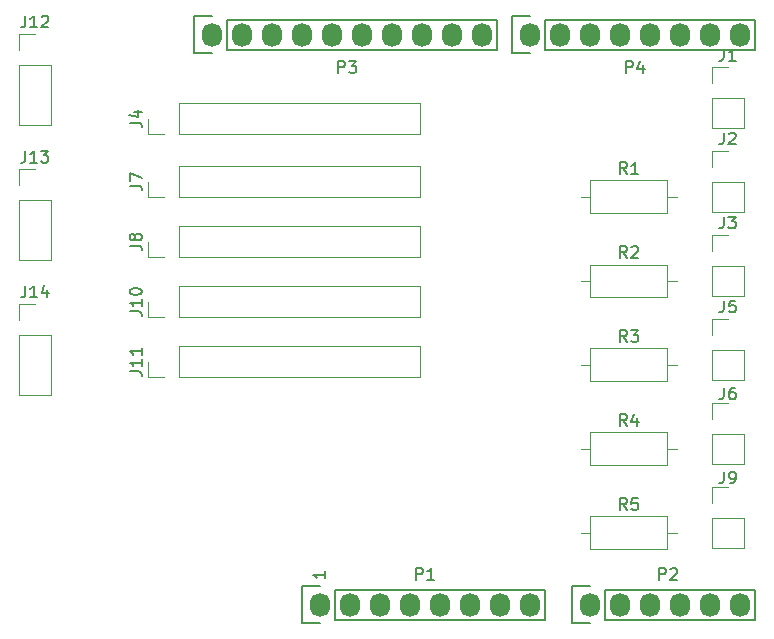
<source format=gbr>
%TF.GenerationSoftware,KiCad,Pcbnew,6.0.1*%
%TF.CreationDate,2022-02-02T08:09:41-07:00*%
%TF.ProjectId,aerogel_shield,6165726f-6765-46c5-9f73-6869656c642e,rev?*%
%TF.SameCoordinates,Original*%
%TF.FileFunction,Legend,Top*%
%TF.FilePolarity,Positive*%
%FSLAX46Y46*%
G04 Gerber Fmt 4.6, Leading zero omitted, Abs format (unit mm)*
G04 Created by KiCad (PCBNEW 6.0.1) date 2022-02-02 08:09:41*
%MOMM*%
%LPD*%
G01*
G04 APERTURE LIST*
%ADD10C,0.150000*%
%ADD11C,0.120000*%
%ADD12O,1.727200X2.032000*%
G04 APERTURE END LIST*
D10*
X139390380Y-120999285D02*
X139390380Y-121570714D01*
X139390380Y-121285000D02*
X138390380Y-121285000D01*
X138533238Y-121380238D01*
X138628476Y-121475476D01*
X138676095Y-121570714D01*
%TO.C,P1*%
X147089904Y-121737380D02*
X147089904Y-120737380D01*
X147470857Y-120737380D01*
X147566095Y-120785000D01*
X147613714Y-120832619D01*
X147661333Y-120927857D01*
X147661333Y-121070714D01*
X147613714Y-121165952D01*
X147566095Y-121213571D01*
X147470857Y-121261190D01*
X147089904Y-121261190D01*
X148613714Y-121737380D02*
X148042285Y-121737380D01*
X148328000Y-121737380D02*
X148328000Y-120737380D01*
X148232761Y-120880238D01*
X148137523Y-120975476D01*
X148042285Y-121023095D01*
%TO.C,P2*%
X167663904Y-121737380D02*
X167663904Y-120737380D01*
X168044857Y-120737380D01*
X168140095Y-120785000D01*
X168187714Y-120832619D01*
X168235333Y-120927857D01*
X168235333Y-121070714D01*
X168187714Y-121165952D01*
X168140095Y-121213571D01*
X168044857Y-121261190D01*
X167663904Y-121261190D01*
X168616285Y-120832619D02*
X168663904Y-120785000D01*
X168759142Y-120737380D01*
X168997238Y-120737380D01*
X169092476Y-120785000D01*
X169140095Y-120832619D01*
X169187714Y-120927857D01*
X169187714Y-121023095D01*
X169140095Y-121165952D01*
X168568666Y-121737380D01*
X169187714Y-121737380D01*
%TO.C,P3*%
X140485904Y-78811380D02*
X140485904Y-77811380D01*
X140866857Y-77811380D01*
X140962095Y-77859000D01*
X141009714Y-77906619D01*
X141057333Y-78001857D01*
X141057333Y-78144714D01*
X141009714Y-78239952D01*
X140962095Y-78287571D01*
X140866857Y-78335190D01*
X140485904Y-78335190D01*
X141390666Y-77811380D02*
X142009714Y-77811380D01*
X141676380Y-78192333D01*
X141819238Y-78192333D01*
X141914476Y-78239952D01*
X141962095Y-78287571D01*
X142009714Y-78382809D01*
X142009714Y-78620904D01*
X141962095Y-78716142D01*
X141914476Y-78763761D01*
X141819238Y-78811380D01*
X141533523Y-78811380D01*
X141438285Y-78763761D01*
X141390666Y-78716142D01*
%TO.C,P4*%
X164869904Y-78811380D02*
X164869904Y-77811380D01*
X165250857Y-77811380D01*
X165346095Y-77859000D01*
X165393714Y-77906619D01*
X165441333Y-78001857D01*
X165441333Y-78144714D01*
X165393714Y-78239952D01*
X165346095Y-78287571D01*
X165250857Y-78335190D01*
X164869904Y-78335190D01*
X166298476Y-78144714D02*
X166298476Y-78811380D01*
X166060380Y-77763761D02*
X165822285Y-78478047D01*
X166441333Y-78478047D01*
%TO.C,J8*%
X122852380Y-93424333D02*
X123566666Y-93424333D01*
X123709523Y-93471952D01*
X123804761Y-93567190D01*
X123852380Y-93710047D01*
X123852380Y-93805285D01*
X123280952Y-92805285D02*
X123233333Y-92900523D01*
X123185714Y-92948142D01*
X123090476Y-92995761D01*
X123042857Y-92995761D01*
X122947619Y-92948142D01*
X122900000Y-92900523D01*
X122852380Y-92805285D01*
X122852380Y-92614809D01*
X122900000Y-92519571D01*
X122947619Y-92471952D01*
X123042857Y-92424333D01*
X123090476Y-92424333D01*
X123185714Y-92471952D01*
X123233333Y-92519571D01*
X123280952Y-92614809D01*
X123280952Y-92805285D01*
X123328571Y-92900523D01*
X123376190Y-92948142D01*
X123471428Y-92995761D01*
X123661904Y-92995761D01*
X123757142Y-92948142D01*
X123804761Y-92900523D01*
X123852380Y-92805285D01*
X123852380Y-92614809D01*
X123804761Y-92519571D01*
X123757142Y-92471952D01*
X123661904Y-92424333D01*
X123471428Y-92424333D01*
X123376190Y-92471952D01*
X123328571Y-92519571D01*
X123280952Y-92614809D01*
%TO.C,J12*%
X113998476Y-73957380D02*
X113998476Y-74671666D01*
X113950857Y-74814523D01*
X113855619Y-74909761D01*
X113712761Y-74957380D01*
X113617523Y-74957380D01*
X114998476Y-74957380D02*
X114427047Y-74957380D01*
X114712761Y-74957380D02*
X114712761Y-73957380D01*
X114617523Y-74100238D01*
X114522285Y-74195476D01*
X114427047Y-74243095D01*
X115379428Y-74052619D02*
X115427047Y-74005000D01*
X115522285Y-73957380D01*
X115760380Y-73957380D01*
X115855619Y-74005000D01*
X115903238Y-74052619D01*
X115950857Y-74147857D01*
X115950857Y-74243095D01*
X115903238Y-74385952D01*
X115331809Y-74957380D01*
X115950857Y-74957380D01*
%TO.C,J2*%
X173148666Y-83868380D02*
X173148666Y-84582666D01*
X173101047Y-84725523D01*
X173005809Y-84820761D01*
X172862952Y-84868380D01*
X172767714Y-84868380D01*
X173577238Y-83963619D02*
X173624857Y-83916000D01*
X173720095Y-83868380D01*
X173958190Y-83868380D01*
X174053428Y-83916000D01*
X174101047Y-83963619D01*
X174148666Y-84058857D01*
X174148666Y-84154095D01*
X174101047Y-84296952D01*
X173529619Y-84868380D01*
X174148666Y-84868380D01*
%TO.C,J7*%
X122852380Y-88344333D02*
X123566666Y-88344333D01*
X123709523Y-88391952D01*
X123804761Y-88487190D01*
X123852380Y-88630047D01*
X123852380Y-88725285D01*
X122852380Y-87963380D02*
X122852380Y-87296714D01*
X123852380Y-87725285D01*
%TO.C,J3*%
X173148666Y-90980380D02*
X173148666Y-91694666D01*
X173101047Y-91837523D01*
X173005809Y-91932761D01*
X172862952Y-91980380D01*
X172767714Y-91980380D01*
X173529619Y-90980380D02*
X174148666Y-90980380D01*
X173815333Y-91361333D01*
X173958190Y-91361333D01*
X174053428Y-91408952D01*
X174101047Y-91456571D01*
X174148666Y-91551809D01*
X174148666Y-91789904D01*
X174101047Y-91885142D01*
X174053428Y-91932761D01*
X173958190Y-91980380D01*
X173672476Y-91980380D01*
X173577238Y-91932761D01*
X173529619Y-91885142D01*
%TO.C,J10*%
X122852380Y-98980523D02*
X123566666Y-98980523D01*
X123709523Y-99028142D01*
X123804761Y-99123380D01*
X123852380Y-99266238D01*
X123852380Y-99361476D01*
X123852380Y-97980523D02*
X123852380Y-98551952D01*
X123852380Y-98266238D02*
X122852380Y-98266238D01*
X122995238Y-98361476D01*
X123090476Y-98456714D01*
X123138095Y-98551952D01*
X122852380Y-97361476D02*
X122852380Y-97266238D01*
X122900000Y-97171000D01*
X122947619Y-97123380D01*
X123042857Y-97075761D01*
X123233333Y-97028142D01*
X123471428Y-97028142D01*
X123661904Y-97075761D01*
X123757142Y-97123380D01*
X123804761Y-97171000D01*
X123852380Y-97266238D01*
X123852380Y-97361476D01*
X123804761Y-97456714D01*
X123757142Y-97504333D01*
X123661904Y-97551952D01*
X123471428Y-97599571D01*
X123233333Y-97599571D01*
X123042857Y-97551952D01*
X122947619Y-97504333D01*
X122900000Y-97456714D01*
X122852380Y-97361476D01*
%TO.C,J6*%
X173148666Y-105448380D02*
X173148666Y-106162666D01*
X173101047Y-106305523D01*
X173005809Y-106400761D01*
X172862952Y-106448380D01*
X172767714Y-106448380D01*
X174053428Y-105448380D02*
X173862952Y-105448380D01*
X173767714Y-105496000D01*
X173720095Y-105543619D01*
X173624857Y-105686476D01*
X173577238Y-105876952D01*
X173577238Y-106257904D01*
X173624857Y-106353142D01*
X173672476Y-106400761D01*
X173767714Y-106448380D01*
X173958190Y-106448380D01*
X174053428Y-106400761D01*
X174101047Y-106353142D01*
X174148666Y-106257904D01*
X174148666Y-106019809D01*
X174101047Y-105924571D01*
X174053428Y-105876952D01*
X173958190Y-105829333D01*
X173767714Y-105829333D01*
X173672476Y-105876952D01*
X173624857Y-105924571D01*
X173577238Y-106019809D01*
%TO.C,J14*%
X113998476Y-96817380D02*
X113998476Y-97531666D01*
X113950857Y-97674523D01*
X113855619Y-97769761D01*
X113712761Y-97817380D01*
X113617523Y-97817380D01*
X114998476Y-97817380D02*
X114427047Y-97817380D01*
X114712761Y-97817380D02*
X114712761Y-96817380D01*
X114617523Y-96960238D01*
X114522285Y-97055476D01*
X114427047Y-97103095D01*
X115855619Y-97150714D02*
X115855619Y-97817380D01*
X115617523Y-96769761D02*
X115379428Y-97484047D01*
X115998476Y-97484047D01*
%TO.C,J9*%
X173148666Y-112560380D02*
X173148666Y-113274666D01*
X173101047Y-113417523D01*
X173005809Y-113512761D01*
X172862952Y-113560380D01*
X172767714Y-113560380D01*
X173672476Y-113560380D02*
X173862952Y-113560380D01*
X173958190Y-113512761D01*
X174005809Y-113465142D01*
X174101047Y-113322285D01*
X174148666Y-113131809D01*
X174148666Y-112750857D01*
X174101047Y-112655619D01*
X174053428Y-112608000D01*
X173958190Y-112560380D01*
X173767714Y-112560380D01*
X173672476Y-112608000D01*
X173624857Y-112655619D01*
X173577238Y-112750857D01*
X173577238Y-112988952D01*
X173624857Y-113084190D01*
X173672476Y-113131809D01*
X173767714Y-113179428D01*
X173958190Y-113179428D01*
X174053428Y-113131809D01*
X174101047Y-113084190D01*
X174148666Y-112988952D01*
%TO.C,R5*%
X164933333Y-115811380D02*
X164600000Y-115335190D01*
X164361904Y-115811380D02*
X164361904Y-114811380D01*
X164742857Y-114811380D01*
X164838095Y-114859000D01*
X164885714Y-114906619D01*
X164933333Y-115001857D01*
X164933333Y-115144714D01*
X164885714Y-115239952D01*
X164838095Y-115287571D01*
X164742857Y-115335190D01*
X164361904Y-115335190D01*
X165838095Y-114811380D02*
X165361904Y-114811380D01*
X165314285Y-115287571D01*
X165361904Y-115239952D01*
X165457142Y-115192333D01*
X165695238Y-115192333D01*
X165790476Y-115239952D01*
X165838095Y-115287571D01*
X165885714Y-115382809D01*
X165885714Y-115620904D01*
X165838095Y-115716142D01*
X165790476Y-115763761D01*
X165695238Y-115811380D01*
X165457142Y-115811380D01*
X165361904Y-115763761D01*
X165314285Y-115716142D01*
%TO.C,J13*%
X113998476Y-85402380D02*
X113998476Y-86116666D01*
X113950857Y-86259523D01*
X113855619Y-86354761D01*
X113712761Y-86402380D01*
X113617523Y-86402380D01*
X114998476Y-86402380D02*
X114427047Y-86402380D01*
X114712761Y-86402380D02*
X114712761Y-85402380D01*
X114617523Y-85545238D01*
X114522285Y-85640476D01*
X114427047Y-85688095D01*
X115331809Y-85402380D02*
X115950857Y-85402380D01*
X115617523Y-85783333D01*
X115760380Y-85783333D01*
X115855619Y-85830952D01*
X115903238Y-85878571D01*
X115950857Y-85973809D01*
X115950857Y-86211904D01*
X115903238Y-86307142D01*
X115855619Y-86354761D01*
X115760380Y-86402380D01*
X115474666Y-86402380D01*
X115379428Y-86354761D01*
X115331809Y-86307142D01*
%TO.C,J5*%
X173148666Y-98087380D02*
X173148666Y-98801666D01*
X173101047Y-98944523D01*
X173005809Y-99039761D01*
X172862952Y-99087380D01*
X172767714Y-99087380D01*
X174101047Y-98087380D02*
X173624857Y-98087380D01*
X173577238Y-98563571D01*
X173624857Y-98515952D01*
X173720095Y-98468333D01*
X173958190Y-98468333D01*
X174053428Y-98515952D01*
X174101047Y-98563571D01*
X174148666Y-98658809D01*
X174148666Y-98896904D01*
X174101047Y-98992142D01*
X174053428Y-99039761D01*
X173958190Y-99087380D01*
X173720095Y-99087380D01*
X173624857Y-99039761D01*
X173577238Y-98992142D01*
%TO.C,R4*%
X164933333Y-108699380D02*
X164600000Y-108223190D01*
X164361904Y-108699380D02*
X164361904Y-107699380D01*
X164742857Y-107699380D01*
X164838095Y-107747000D01*
X164885714Y-107794619D01*
X164933333Y-107889857D01*
X164933333Y-108032714D01*
X164885714Y-108127952D01*
X164838095Y-108175571D01*
X164742857Y-108223190D01*
X164361904Y-108223190D01*
X165790476Y-108032714D02*
X165790476Y-108699380D01*
X165552380Y-107651761D02*
X165314285Y-108366047D01*
X165933333Y-108366047D01*
%TO.C,R3*%
X164933333Y-101587380D02*
X164600000Y-101111190D01*
X164361904Y-101587380D02*
X164361904Y-100587380D01*
X164742857Y-100587380D01*
X164838095Y-100635000D01*
X164885714Y-100682619D01*
X164933333Y-100777857D01*
X164933333Y-100920714D01*
X164885714Y-101015952D01*
X164838095Y-101063571D01*
X164742857Y-101111190D01*
X164361904Y-101111190D01*
X165266666Y-100587380D02*
X165885714Y-100587380D01*
X165552380Y-100968333D01*
X165695238Y-100968333D01*
X165790476Y-101015952D01*
X165838095Y-101063571D01*
X165885714Y-101158809D01*
X165885714Y-101396904D01*
X165838095Y-101492142D01*
X165790476Y-101539761D01*
X165695238Y-101587380D01*
X165409523Y-101587380D01*
X165314285Y-101539761D01*
X165266666Y-101492142D01*
%TO.C,R2*%
X164933333Y-94485380D02*
X164600000Y-94009190D01*
X164361904Y-94485380D02*
X164361904Y-93485380D01*
X164742857Y-93485380D01*
X164838095Y-93533000D01*
X164885714Y-93580619D01*
X164933333Y-93675857D01*
X164933333Y-93818714D01*
X164885714Y-93913952D01*
X164838095Y-93961571D01*
X164742857Y-94009190D01*
X164361904Y-94009190D01*
X165314285Y-93580619D02*
X165361904Y-93533000D01*
X165457142Y-93485380D01*
X165695238Y-93485380D01*
X165790476Y-93533000D01*
X165838095Y-93580619D01*
X165885714Y-93675857D01*
X165885714Y-93771095D01*
X165838095Y-93913952D01*
X165266666Y-94485380D01*
X165885714Y-94485380D01*
%TO.C,J4*%
X122852380Y-83010333D02*
X123566666Y-83010333D01*
X123709523Y-83057952D01*
X123804761Y-83153190D01*
X123852380Y-83296047D01*
X123852380Y-83391285D01*
X123185714Y-82105571D02*
X123852380Y-82105571D01*
X122804761Y-82343666D02*
X123519047Y-82581761D01*
X123519047Y-81962714D01*
%TO.C,R1*%
X164933333Y-87368380D02*
X164600000Y-86892190D01*
X164361904Y-87368380D02*
X164361904Y-86368380D01*
X164742857Y-86368380D01*
X164838095Y-86416000D01*
X164885714Y-86463619D01*
X164933333Y-86558857D01*
X164933333Y-86701714D01*
X164885714Y-86796952D01*
X164838095Y-86844571D01*
X164742857Y-86892190D01*
X164361904Y-86892190D01*
X165885714Y-87368380D02*
X165314285Y-87368380D01*
X165600000Y-87368380D02*
X165600000Y-86368380D01*
X165504761Y-86511238D01*
X165409523Y-86606476D01*
X165314285Y-86654095D01*
%TO.C,J11*%
X122852380Y-104060523D02*
X123566666Y-104060523D01*
X123709523Y-104108142D01*
X123804761Y-104203380D01*
X123852380Y-104346238D01*
X123852380Y-104441476D01*
X123852380Y-103060523D02*
X123852380Y-103631952D01*
X123852380Y-103346238D02*
X122852380Y-103346238D01*
X122995238Y-103441476D01*
X123090476Y-103536714D01*
X123138095Y-103631952D01*
X123852380Y-102108142D02*
X123852380Y-102679571D01*
X123852380Y-102393857D02*
X122852380Y-102393857D01*
X122995238Y-102489095D01*
X123090476Y-102584333D01*
X123138095Y-102679571D01*
%TO.C,J1*%
X173148666Y-76761380D02*
X173148666Y-77475666D01*
X173101047Y-77618523D01*
X173005809Y-77713761D01*
X172862952Y-77761380D01*
X172767714Y-77761380D01*
X174148666Y-77761380D02*
X173577238Y-77761380D01*
X173862952Y-77761380D02*
X173862952Y-76761380D01*
X173767714Y-76904238D01*
X173672476Y-76999476D01*
X173577238Y-77047095D01*
%TO.C,P1*%
X157988000Y-125095000D02*
X157988000Y-122555000D01*
X140208000Y-125095000D02*
X157988000Y-125095000D01*
X157988000Y-122555000D02*
X140208000Y-122555000D01*
X138938000Y-122275000D02*
X137388000Y-122275000D01*
X137388000Y-122275000D02*
X137388000Y-125375000D01*
X137388000Y-125375000D02*
X138938000Y-125375000D01*
X140208000Y-125095000D02*
X140208000Y-122555000D01*
%TO.C,P2*%
X163068000Y-125095000D02*
X163068000Y-122555000D01*
X161798000Y-122275000D02*
X160248000Y-122275000D01*
X175768000Y-122555000D02*
X163068000Y-122555000D01*
X163068000Y-125095000D02*
X175768000Y-125095000D01*
X175768000Y-125095000D02*
X175768000Y-122555000D01*
X160248000Y-122275000D02*
X160248000Y-125375000D01*
X160248000Y-125375000D02*
X161798000Y-125375000D01*
%TO.C,P3*%
X128244000Y-74015000D02*
X128244000Y-77115000D01*
X131064000Y-76835000D02*
X153924000Y-76835000D01*
X153924000Y-76835000D02*
X153924000Y-74295000D01*
X153924000Y-74295000D02*
X131064000Y-74295000D01*
X129794000Y-74015000D02*
X128244000Y-74015000D01*
X128244000Y-77115000D02*
X129794000Y-77115000D01*
X131064000Y-76835000D02*
X131064000Y-74295000D01*
%TO.C,P4*%
X175768000Y-74295000D02*
X157988000Y-74295000D01*
X155168000Y-77115000D02*
X156718000Y-77115000D01*
X157988000Y-76835000D02*
X175768000Y-76835000D01*
X157988000Y-76835000D02*
X157988000Y-74295000D01*
X156718000Y-74015000D02*
X155168000Y-74015000D01*
X175768000Y-76835000D02*
X175768000Y-74295000D01*
X155168000Y-74015000D02*
X155168000Y-77115000D01*
D11*
%TO.C,J8*%
X127000000Y-94421000D02*
X127000000Y-91761000D01*
X125730000Y-94421000D02*
X124400000Y-94421000D01*
X124400000Y-94421000D02*
X124400000Y-93091000D01*
X147380000Y-94421000D02*
X147380000Y-91761000D01*
X127000000Y-94421000D02*
X147380000Y-94421000D01*
X127000000Y-91761000D02*
X147380000Y-91761000D01*
%TO.C,J12*%
X113478000Y-83245000D02*
X116138000Y-83245000D01*
X113478000Y-78105000D02*
X116138000Y-78105000D01*
X113478000Y-78105000D02*
X113478000Y-83245000D01*
X113478000Y-76835000D02*
X113478000Y-75505000D01*
X113478000Y-75505000D02*
X114808000Y-75505000D01*
X116138000Y-78105000D02*
X116138000Y-83245000D01*
%TO.C,J2*%
X172152000Y-85416000D02*
X173482000Y-85416000D01*
X172152000Y-90616000D02*
X174812000Y-90616000D01*
X172152000Y-86746000D02*
X172152000Y-85416000D01*
X172152000Y-88016000D02*
X172152000Y-90616000D01*
X174812000Y-88016000D02*
X174812000Y-90616000D01*
X172152000Y-88016000D02*
X174812000Y-88016000D01*
%TO.C,J7*%
X124400000Y-89341000D02*
X124400000Y-88011000D01*
X127000000Y-86681000D02*
X147380000Y-86681000D01*
X127000000Y-89341000D02*
X147380000Y-89341000D01*
X147380000Y-89341000D02*
X147380000Y-86681000D01*
X127000000Y-89341000D02*
X127000000Y-86681000D01*
X125730000Y-89341000D02*
X124400000Y-89341000D01*
%TO.C,J3*%
X172152000Y-95128000D02*
X172152000Y-97728000D01*
X172152000Y-97728000D02*
X174812000Y-97728000D01*
X172152000Y-95128000D02*
X174812000Y-95128000D01*
X174812000Y-95128000D02*
X174812000Y-97728000D01*
X172152000Y-92528000D02*
X173482000Y-92528000D01*
X172152000Y-93858000D02*
X172152000Y-92528000D01*
%TO.C,J10*%
X127000000Y-99501000D02*
X127000000Y-96841000D01*
X127000000Y-99501000D02*
X147380000Y-99501000D01*
X147380000Y-99501000D02*
X147380000Y-96841000D01*
X124400000Y-99501000D02*
X124400000Y-98171000D01*
X127000000Y-96841000D02*
X147380000Y-96841000D01*
X125730000Y-99501000D02*
X124400000Y-99501000D01*
%TO.C,J6*%
X172152000Y-109347000D02*
X174812000Y-109347000D01*
X174812000Y-109347000D02*
X174812000Y-111947000D01*
X172152000Y-111947000D02*
X174812000Y-111947000D01*
X172152000Y-106747000D02*
X173482000Y-106747000D01*
X172152000Y-108077000D02*
X172152000Y-106747000D01*
X172152000Y-109347000D02*
X172152000Y-111947000D01*
%TO.C,J14*%
X113478000Y-100965000D02*
X116138000Y-100965000D01*
X113478000Y-106105000D02*
X116138000Y-106105000D01*
X113478000Y-98365000D02*
X114808000Y-98365000D01*
X116138000Y-100965000D02*
X116138000Y-106105000D01*
X113478000Y-99695000D02*
X113478000Y-98365000D01*
X113478000Y-100965000D02*
X113478000Y-106105000D01*
%TO.C,J9*%
X172152000Y-113859000D02*
X173482000Y-113859000D01*
X172152000Y-116459000D02*
X174812000Y-116459000D01*
X172152000Y-115189000D02*
X172152000Y-113859000D01*
X172152000Y-119059000D02*
X174812000Y-119059000D01*
X172152000Y-116459000D02*
X172152000Y-119059000D01*
X174812000Y-116459000D02*
X174812000Y-119059000D01*
%TO.C,R5*%
X168370000Y-119099000D02*
X168370000Y-116359000D01*
X161830000Y-119099000D02*
X168370000Y-119099000D01*
X168370000Y-116359000D02*
X161830000Y-116359000D01*
X169140000Y-117729000D02*
X168370000Y-117729000D01*
X161060000Y-117729000D02*
X161830000Y-117729000D01*
X161830000Y-116359000D02*
X161830000Y-119099000D01*
%TO.C,J13*%
X113478000Y-94690000D02*
X116138000Y-94690000D01*
X116138000Y-89550000D02*
X116138000Y-94690000D01*
X113478000Y-86950000D02*
X114808000Y-86950000D01*
X113478000Y-88280000D02*
X113478000Y-86950000D01*
X113478000Y-89550000D02*
X113478000Y-94690000D01*
X113478000Y-89550000D02*
X116138000Y-89550000D01*
%TO.C,J5*%
X172152000Y-102235000D02*
X172152000Y-104835000D01*
X172152000Y-100965000D02*
X172152000Y-99635000D01*
X174812000Y-102235000D02*
X174812000Y-104835000D01*
X172152000Y-102235000D02*
X174812000Y-102235000D01*
X172152000Y-104835000D02*
X174812000Y-104835000D01*
X172152000Y-99635000D02*
X173482000Y-99635000D01*
%TO.C,R4*%
X161060000Y-110617000D02*
X161830000Y-110617000D01*
X168370000Y-111987000D02*
X168370000Y-109247000D01*
X161830000Y-109247000D02*
X161830000Y-111987000D01*
X168370000Y-109247000D02*
X161830000Y-109247000D01*
X169140000Y-110617000D02*
X168370000Y-110617000D01*
X161830000Y-111987000D02*
X168370000Y-111987000D01*
%TO.C,R3*%
X161830000Y-102135000D02*
X161830000Y-104875000D01*
X168370000Y-104875000D02*
X168370000Y-102135000D01*
X161060000Y-103505000D02*
X161830000Y-103505000D01*
X168370000Y-102135000D02*
X161830000Y-102135000D01*
X169140000Y-103505000D02*
X168370000Y-103505000D01*
X161830000Y-104875000D02*
X168370000Y-104875000D01*
%TO.C,R2*%
X161060000Y-96403000D02*
X161830000Y-96403000D01*
X161830000Y-95033000D02*
X161830000Y-97773000D01*
X169140000Y-96403000D02*
X168370000Y-96403000D01*
X168370000Y-95033000D02*
X161830000Y-95033000D01*
X168370000Y-97773000D02*
X168370000Y-95033000D01*
X161830000Y-97773000D02*
X168370000Y-97773000D01*
%TO.C,J4*%
X125730000Y-84007000D02*
X124400000Y-84007000D01*
X127000000Y-84007000D02*
X127000000Y-81347000D01*
X127000000Y-81347000D02*
X147380000Y-81347000D01*
X124400000Y-84007000D02*
X124400000Y-82677000D01*
X127000000Y-84007000D02*
X147380000Y-84007000D01*
X147380000Y-84007000D02*
X147380000Y-81347000D01*
%TO.C,R1*%
X168370000Y-90656000D02*
X168370000Y-87916000D01*
X161830000Y-87916000D02*
X161830000Y-90656000D01*
X161060000Y-89286000D02*
X161830000Y-89286000D01*
X161830000Y-90656000D02*
X168370000Y-90656000D01*
X169140000Y-89286000D02*
X168370000Y-89286000D01*
X168370000Y-87916000D02*
X161830000Y-87916000D01*
%TO.C,J11*%
X124400000Y-104581000D02*
X124400000Y-103251000D01*
X125730000Y-104581000D02*
X124400000Y-104581000D01*
X147380000Y-104581000D02*
X147380000Y-101921000D01*
X127000000Y-101921000D02*
X147380000Y-101921000D01*
X127000000Y-104581000D02*
X127000000Y-101921000D01*
X127000000Y-104581000D02*
X147380000Y-104581000D01*
%TO.C,J1*%
X172152000Y-79639000D02*
X172152000Y-78309000D01*
X172152000Y-80909000D02*
X174812000Y-80909000D01*
X172152000Y-78309000D02*
X173482000Y-78309000D01*
X172152000Y-83509000D02*
X174812000Y-83509000D01*
X172152000Y-80909000D02*
X172152000Y-83509000D01*
X174812000Y-80909000D02*
X174812000Y-83509000D01*
%TD*%
D12*
%TO.C,P1*%
X138938000Y-123825000D03*
X141478000Y-123825000D03*
X144018000Y-123825000D03*
X146558000Y-123825000D03*
X149098000Y-123825000D03*
X151638000Y-123825000D03*
X154178000Y-123825000D03*
X156718000Y-123825000D03*
%TD*%
%TO.C,P2*%
X161798000Y-123825000D03*
X164338000Y-123825000D03*
X166878000Y-123825000D03*
X169418000Y-123825000D03*
X171958000Y-123825000D03*
X174498000Y-123825000D03*
%TD*%
%TO.C,P3*%
X129794000Y-75565000D03*
X132334000Y-75565000D03*
X134874000Y-75565000D03*
X137414000Y-75565000D03*
X139954000Y-75565000D03*
X142494000Y-75565000D03*
X145034000Y-75565000D03*
X147574000Y-75565000D03*
X150114000Y-75565000D03*
X152654000Y-75565000D03*
%TD*%
%TO.C,P4*%
X156718000Y-75565000D03*
X159258000Y-75565000D03*
X161798000Y-75565000D03*
X164338000Y-75565000D03*
X166878000Y-75565000D03*
X169418000Y-75565000D03*
X171958000Y-75565000D03*
X174498000Y-75565000D03*
%TD*%
M02*

</source>
